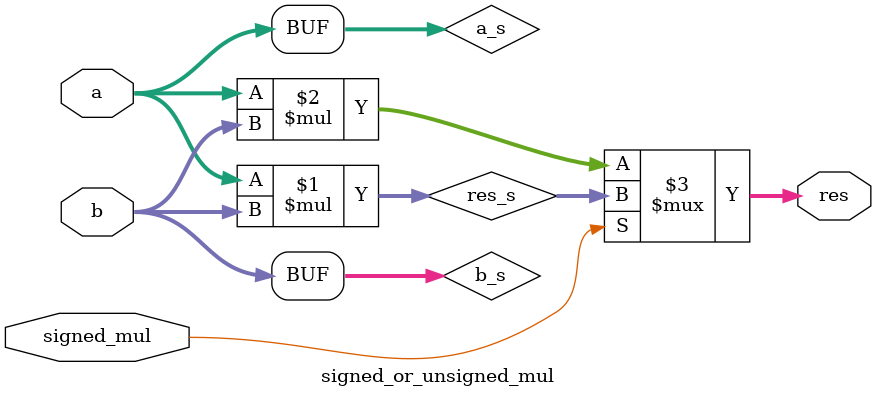
<source format=sv>


module signed_mul_4
(
  input  signed [3:0] a, b,
  output signed [7:0] res
);

  assign res = a * b;

endmodule

// A parameterized module
// that implements the unsigned multiplication of N-bit numbers
// which produces 2N-bit result

module unsigned_mul
# (
  parameter n = 8
)
(
  input  [    n - 1:0] a, b,
  output [2 * n - 1:0] res
);

  assign res = a * b;

endmodule

//----------------------------------------------------------------------------
// Task
//----------------------------------------------------------------------------

// Task:
//
// Implement a parameterized module
// that produces either signed or unsigned result
// of the multiplication depending on the 'signed_mul' input bit.

module signed_or_unsigned_mul
# (
  parameter n = 8
)
(
  input  [    n - 1:0] a, b,
  input                signed_mul,
  output [2 * n - 1:0] res
);
  logic signed [n - 1:0] a_s, b_s;
  logic signed [2 * n -1:0] res_s;

  assign a_s = a;
  assign b_s = b;
  assign res_s = a_s * b_s;
  assign res = (signed_mul) ? res_s : (a * b);
endmodule

</source>
